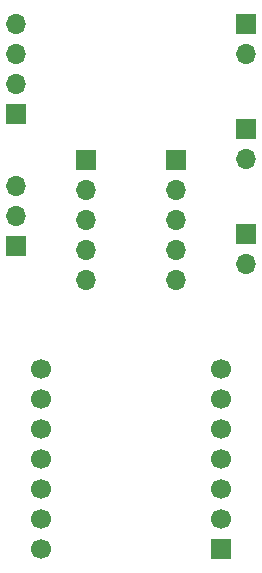
<source format=gbr>
%TF.GenerationSoftware,KiCad,Pcbnew,7.0.9*%
%TF.CreationDate,2025-03-23T17:44:29-04:00*%
%TF.ProjectId,Compact_Control,436f6d70-6163-4745-9f43-6f6e74726f6c,rev?*%
%TF.SameCoordinates,Original*%
%TF.FileFunction,Soldermask,Bot*%
%TF.FilePolarity,Negative*%
%FSLAX46Y46*%
G04 Gerber Fmt 4.6, Leading zero omitted, Abs format (unit mm)*
G04 Created by KiCad (PCBNEW 7.0.9) date 2025-03-23 17:44:29*
%MOMM*%
%LPD*%
G01*
G04 APERTURE LIST*
%ADD10R,1.700000X1.700000*%
%ADD11C,1.700000*%
%ADD12O,1.700000X1.700000*%
G04 APERTURE END LIST*
D10*
%TO.C,U1*%
X20117738Y-51846960D03*
D11*
X20117738Y-49306960D03*
X20117738Y-46766960D03*
X20117738Y-44226960D03*
X20117738Y-41686960D03*
X20117738Y-39146960D03*
X20117738Y-36606960D03*
X4867738Y-36606960D03*
X4867738Y-39146960D03*
X4867738Y-41686960D03*
X4867738Y-44226960D03*
X4867738Y-46766960D03*
X4867738Y-49306960D03*
X4867738Y-51846960D03*
%TD*%
D10*
%TO.C,J6*%
X2794000Y-26162000D03*
D12*
X2794000Y-23622000D03*
X2794000Y-21082000D03*
%TD*%
D10*
%TO.C,J4*%
X2794000Y-14986000D03*
D12*
X2794000Y-12446000D03*
X2794000Y-9906000D03*
X2794000Y-7366000D03*
%TD*%
D10*
%TO.C,J3*%
X22225000Y-25176960D03*
D12*
X22225000Y-27716960D03*
%TD*%
D10*
%TO.C,J1*%
X22225000Y-7396960D03*
D12*
X22225000Y-9936960D03*
%TD*%
D10*
%TO.C,U2*%
X8677738Y-18926960D03*
D12*
X8677738Y-21466960D03*
X8677738Y-24006960D03*
X8677738Y-26546960D03*
X8677738Y-29086960D03*
D10*
X16297738Y-18926960D03*
D12*
X16297738Y-21466960D03*
X16297738Y-24006960D03*
X16297738Y-26546960D03*
X16297738Y-29086960D03*
%TD*%
D10*
%TO.C,J2*%
X22225000Y-16286960D03*
D12*
X22225000Y-18826960D03*
%TD*%
M02*

</source>
